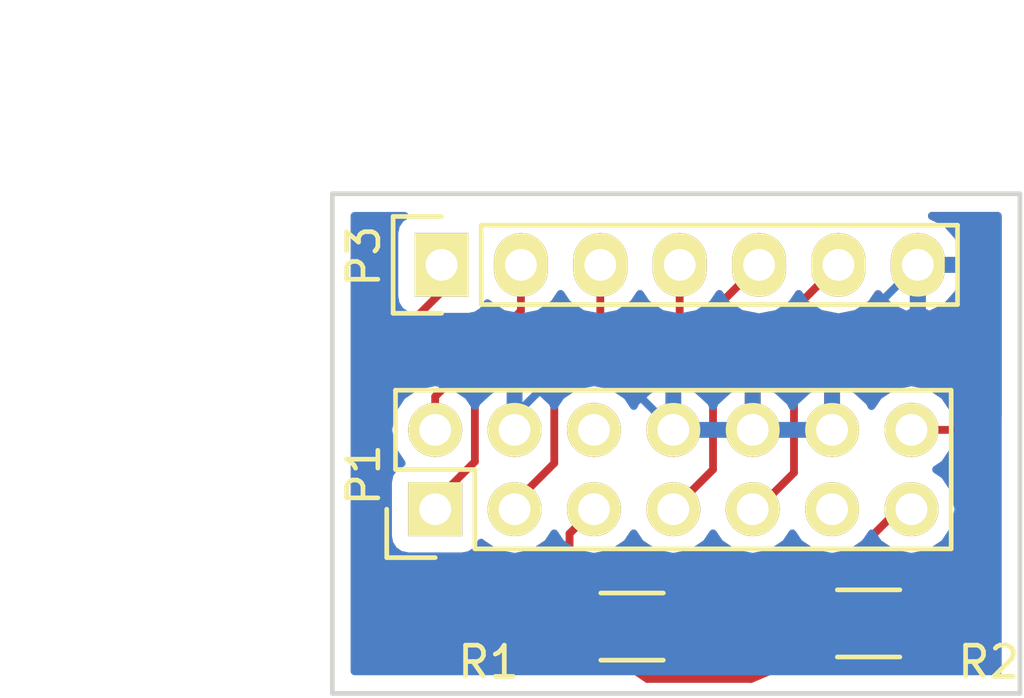
<source format=kicad_pcb>
(kicad_pcb (version 4) (host pcbnew 4.0.6)

  (general
    (links 14)
    (no_connects 0)
    (area 93.150001 57.3 126.176191 79.075001)
    (thickness 1.6)
    (drawings 6)
    (tracks 51)
    (zones 0)
    (modules 4)
    (nets 10)
  )

  (page A4)
  (layers
    (0 F.Cu signal)
    (31 B.Cu signal)
    (32 B.Adhes user)
    (33 F.Adhes user)
    (34 B.Paste user)
    (35 F.Paste user)
    (36 B.SilkS user)
    (37 F.SilkS user)
    (38 B.Mask user)
    (39 F.Mask user)
    (40 Dwgs.User user)
    (41 Cmts.User user)
    (42 Eco1.User user)
    (43 Eco2.User user)
    (44 Edge.Cuts user)
    (45 Margin user)
    (46 B.CrtYd user)
    (47 F.CrtYd user)
    (48 B.Fab user)
    (49 F.Fab user)
  )

  (setup
    (last_trace_width 0.25)
    (trace_clearance 0.2)
    (zone_clearance 0.508)
    (zone_45_only no)
    (trace_min 0.1524)
    (segment_width 0.2)
    (edge_width 0.15)
    (via_size 0.6)
    (via_drill 0.4)
    (via_min_size 0.1524)
    (via_min_drill 0.3)
    (uvia_size 0.3)
    (uvia_drill 0.1)
    (uvias_allowed no)
    (uvia_min_size 0.1524)
    (uvia_min_drill 0.1)
    (pcb_text_width 0.3)
    (pcb_text_size 1.5 1.5)
    (mod_edge_width 0.15)
    (mod_text_size 1 1)
    (mod_text_width 0.15)
    (pad_size 1.524 1.524)
    (pad_drill 0.762)
    (pad_to_mask_clearance 0.2)
    (aux_axis_origin 0 0)
    (visible_elements 7FFFFFFF)
    (pcbplotparams
      (layerselection 0x010f0_80000001)
      (usegerberextensions false)
      (excludeedgelayer true)
      (linewidth 0.100000)
      (plotframeref false)
      (viasonmask false)
      (mode 1)
      (useauxorigin false)
      (hpglpennumber 1)
      (hpglpenspeed 20)
      (hpglpendiameter 15)
      (hpglpenoverlay 2)
      (psnegative false)
      (psa4output false)
      (plotreference true)
      (plotvalue true)
      (plotinvisibletext false)
      (padsonsilk false)
      (subtractmaskfromsilk false)
      (outputformat 1)
      (mirror false)
      (drillshape 0)
      (scaleselection 1)
      (outputdirectory ""))
  )

  (net 0 "")
  (net 1 /TMS)
  (net 2 /Trst)
  (net 3 /TDI)
  (net 4 /TI_GND)
  (net 5 /3v3)
  (net 6 /TDO)
  (net 7 /TCK)
  (net 8 "Net-(P1-Pad13)")
  (net 9 "Net-(P1-Pad14)")

  (net_class Default "This is the default net class."
    (clearance 0.2)
    (trace_width 0.25)
    (via_dia 0.6)
    (via_drill 0.4)
    (uvia_dia 0.3)
    (uvia_drill 0.1)
    (add_net /3v3)
    (add_net /TCK)
    (add_net /TDI)
    (add_net /TDO)
    (add_net /TI_GND)
    (add_net /TMS)
    (add_net /Trst)
    (add_net "Net-(P1-Pad13)")
    (add_net "Net-(P1-Pad14)")
  )

  (module Pin_Headers:Pin_Header_Straight_2x07 (layer F.Cu) (tedit 5AAC30AD) (tstamp 5A8BA1D3)
    (at 107.2896 73.1012 90)
    (descr "Through hole pin header")
    (tags "pin header")
    (path /5A8B99F1)
    (fp_text reference P1 (at 1.1012 -2.2896 90) (layer F.SilkS)
      (effects (font (size 1 1) (thickness 0.15)))
    )
    (fp_text value TI_JTAG (at -3.556 0.1016 180) (layer F.Fab)
      (effects (font (size 1 1) (thickness 0.15)))
    )
    (fp_line (start -1.75 -1.75) (end -1.75 17) (layer F.CrtYd) (width 0.05))
    (fp_line (start 4.3 -1.75) (end 4.3 17) (layer F.CrtYd) (width 0.05))
    (fp_line (start -1.75 -1.75) (end 4.3 -1.75) (layer F.CrtYd) (width 0.05))
    (fp_line (start -1.75 17) (end 4.3 17) (layer F.CrtYd) (width 0.05))
    (fp_line (start 3.81 16.51) (end 3.81 -1.27) (layer F.SilkS) (width 0.15))
    (fp_line (start -1.27 1.27) (end -1.27 16.51) (layer F.SilkS) (width 0.15))
    (fp_line (start 3.81 16.51) (end -1.27 16.51) (layer F.SilkS) (width 0.15))
    (fp_line (start 3.81 -1.27) (end 1.27 -1.27) (layer F.SilkS) (width 0.15))
    (fp_line (start 0 -1.55) (end -1.55 -1.55) (layer F.SilkS) (width 0.15))
    (fp_line (start 1.27 -1.27) (end 1.27 1.27) (layer F.SilkS) (width 0.15))
    (fp_line (start 1.27 1.27) (end -1.27 1.27) (layer F.SilkS) (width 0.15))
    (fp_line (start -1.55 -1.55) (end -1.55 0) (layer F.SilkS) (width 0.15))
    (pad 1 thru_hole rect (at 0 0 90) (size 1.7272 1.7272) (drill 1.016) (layers *.Cu *.Mask F.SilkS)
      (net 1 /TMS))
    (pad 2 thru_hole oval (at 2.54 0 90) (size 1.7272 1.7272) (drill 1.016) (layers *.Cu *.Mask F.SilkS)
      (net 2 /Trst))
    (pad 3 thru_hole oval (at 0 2.54 90) (size 1.7272 1.7272) (drill 1.016) (layers *.Cu *.Mask F.SilkS)
      (net 3 /TDI))
    (pad 4 thru_hole oval (at 2.54 2.54 90) (size 1.7272 1.7272) (drill 1.016) (layers *.Cu *.Mask F.SilkS)
      (net 4 /TI_GND))
    (pad 5 thru_hole oval (at 0 5.08 90) (size 1.7272 1.7272) (drill 1.016) (layers *.Cu *.Mask F.SilkS)
      (net 5 /3v3))
    (pad 6 thru_hole oval (at 2.54 5.08 90) (size 1.7272 1.7272) (drill 1.016) (layers *.Cu *.Mask F.SilkS))
    (pad 7 thru_hole oval (at 0 7.62 90) (size 1.7272 1.7272) (drill 1.016) (layers *.Cu *.Mask F.SilkS)
      (net 6 /TDO))
    (pad 8 thru_hole oval (at 2.54 7.62 90) (size 1.7272 1.7272) (drill 1.016) (layers *.Cu *.Mask F.SilkS)
      (net 4 /TI_GND))
    (pad 9 thru_hole oval (at 0 10.16 90) (size 1.7272 1.7272) (drill 1.016) (layers *.Cu *.Mask F.SilkS)
      (net 7 /TCK))
    (pad 10 thru_hole oval (at 2.54 10.16 90) (size 1.7272 1.7272) (drill 1.016) (layers *.Cu *.Mask F.SilkS)
      (net 4 /TI_GND))
    (pad 11 thru_hole oval (at 0 12.7 90) (size 1.7272 1.7272) (drill 1.016) (layers *.Cu *.Mask F.SilkS))
    (pad 12 thru_hole oval (at 2.54 12.7 90) (size 1.7272 1.7272) (drill 1.016) (layers *.Cu *.Mask F.SilkS)
      (net 4 /TI_GND))
    (pad 13 thru_hole oval (at 0 15.24 90) (size 1.7272 1.7272) (drill 1.016) (layers *.Cu *.Mask F.SilkS)
      (net 8 "Net-(P1-Pad13)"))
    (pad 14 thru_hole oval (at 2.54 15.24 90) (size 1.7272 1.7272) (drill 1.016) (layers *.Cu *.Mask F.SilkS)
      (net 9 "Net-(P1-Pad14)"))
    (model Pin_Headers.3dshapes/Pin_Header_Straight_2x07.wrl
      (at (xyz 0.05 -0.3 0))
      (scale (xyz 1 1 1))
      (rotate (xyz 0 0 90))
    )
  )

  (module Pin_Headers:Pin_Header_Straight_1x07 (layer F.Cu) (tedit 5AAC30AA) (tstamp 5A8BA1F6)
    (at 107.4928 65.278 90)
    (descr "Through hole pin header")
    (tags "pin header")
    (path /5A8B9A62)
    (fp_text reference P3 (at 0.278 -2.4928 90) (layer F.SilkS)
      (effects (font (size 1 1) (thickness 0.15)))
    )
    (fp_text value TI_jtag (at -2.4892 7.2644 180) (layer F.Fab)
      (effects (font (size 1 1) (thickness 0.15)))
    )
    (fp_line (start -1.75 -1.75) (end -1.75 17) (layer F.CrtYd) (width 0.05))
    (fp_line (start 1.75 -1.75) (end 1.75 17) (layer F.CrtYd) (width 0.05))
    (fp_line (start -1.75 -1.75) (end 1.75 -1.75) (layer F.CrtYd) (width 0.05))
    (fp_line (start -1.75 17) (end 1.75 17) (layer F.CrtYd) (width 0.05))
    (fp_line (start 1.27 1.27) (end 1.27 16.51) (layer F.SilkS) (width 0.15))
    (fp_line (start 1.27 16.51) (end -1.27 16.51) (layer F.SilkS) (width 0.15))
    (fp_line (start -1.27 16.51) (end -1.27 1.27) (layer F.SilkS) (width 0.15))
    (fp_line (start 1.55 -1.55) (end 1.55 0) (layer F.SilkS) (width 0.15))
    (fp_line (start 1.27 1.27) (end -1.27 1.27) (layer F.SilkS) (width 0.15))
    (fp_line (start -1.55 0) (end -1.55 -1.55) (layer F.SilkS) (width 0.15))
    (fp_line (start -1.55 -1.55) (end 1.55 -1.55) (layer F.SilkS) (width 0.15))
    (pad 1 thru_hole rect (at 0 0 90) (size 2.032 1.7272) (drill 1.016) (layers *.Cu *.Mask F.SilkS)
      (net 5 /3v3))
    (pad 2 thru_hole oval (at 0 2.54 90) (size 2.032 1.7272) (drill 1.016) (layers *.Cu *.Mask F.SilkS)
      (net 2 /Trst))
    (pad 3 thru_hole oval (at 0 5.08 90) (size 2.032 1.7272) (drill 1.016) (layers *.Cu *.Mask F.SilkS)
      (net 1 /TMS))
    (pad 4 thru_hole oval (at 0 7.62 90) (size 2.032 1.7272) (drill 1.016) (layers *.Cu *.Mask F.SilkS)
      (net 3 /TDI))
    (pad 5 thru_hole oval (at 0 10.16 90) (size 2.032 1.7272) (drill 1.016) (layers *.Cu *.Mask F.SilkS)
      (net 6 /TDO))
    (pad 6 thru_hole oval (at 0 12.7 90) (size 2.032 1.7272) (drill 1.016) (layers *.Cu *.Mask F.SilkS)
      (net 7 /TCK))
    (pad 7 thru_hole oval (at 0 15.24 90) (size 2.032 1.7272) (drill 1.016) (layers *.Cu *.Mask F.SilkS)
      (net 4 /TI_GND))
    (model Pin_Headers.3dshapes/Pin_Header_Straight_1x07.wrl
      (at (xyz 0 -0.3 0))
      (scale (xyz 1 1 1))
      (rotate (xyz 0 0 90))
    )
  )

  (module Resistors_SMD:R_1206_HandSoldering (layer F.Cu) (tedit 5AAC30BA) (tstamp 5A8BA208)
    (at 113.5888 76.8604 180)
    (descr "Resistor SMD 1206, hand soldering")
    (tags "resistor 1206")
    (path /5A8BA244)
    (attr smd)
    (fp_text reference R1 (at 4.5888 -1.1396 180) (layer F.SilkS)
      (effects (font (size 1 1) (thickness 0.15)))
    )
    (fp_text value 4k7 (at -0.4112 1.8604 180) (layer F.Fab)
      (effects (font (size 1 1) (thickness 0.15)))
    )
    (fp_line (start -3.3 -1.2) (end 3.3 -1.2) (layer F.CrtYd) (width 0.05))
    (fp_line (start -3.3 1.2) (end 3.3 1.2) (layer F.CrtYd) (width 0.05))
    (fp_line (start -3.3 -1.2) (end -3.3 1.2) (layer F.CrtYd) (width 0.05))
    (fp_line (start 3.3 -1.2) (end 3.3 1.2) (layer F.CrtYd) (width 0.05))
    (fp_line (start 1 1.075) (end -1 1.075) (layer F.SilkS) (width 0.15))
    (fp_line (start -1 -1.075) (end 1 -1.075) (layer F.SilkS) (width 0.15))
    (pad 1 smd rect (at -2 0 180) (size 2 1.7) (layers F.Cu F.Paste F.Mask)
      (net 8 "Net-(P1-Pad13)"))
    (pad 2 smd rect (at 2 0 180) (size 2 1.7) (layers F.Cu F.Paste F.Mask)
      (net 5 /3v3))
    (model Resistors_SMD.3dshapes/R_1206_HandSoldering.wrl
      (at (xyz 0 0 0))
      (scale (xyz 1 1 1))
      (rotate (xyz 0 0 0))
    )
  )

  (module Resistors_SMD:R_1206_HandSoldering (layer F.Cu) (tedit 5AAC30C0) (tstamp 5A8BA20E)
    (at 121.158 76.7588 180)
    (descr "Resistor SMD 1206, hand soldering")
    (tags "resistor 1206")
    (path /5A8BA271)
    (attr smd)
    (fp_text reference R2 (at -3.842 -1.2412 180) (layer F.SilkS)
      (effects (font (size 1 1) (thickness 0.15)))
    )
    (fp_text value 4k7 (at 0.158 1.7588 180) (layer F.Fab)
      (effects (font (size 1 1) (thickness 0.15)))
    )
    (fp_line (start -3.3 -1.2) (end 3.3 -1.2) (layer F.CrtYd) (width 0.05))
    (fp_line (start -3.3 1.2) (end 3.3 1.2) (layer F.CrtYd) (width 0.05))
    (fp_line (start -3.3 -1.2) (end -3.3 1.2) (layer F.CrtYd) (width 0.05))
    (fp_line (start 3.3 -1.2) (end 3.3 1.2) (layer F.CrtYd) (width 0.05))
    (fp_line (start 1 1.075) (end -1 1.075) (layer F.SilkS) (width 0.15))
    (fp_line (start -1 -1.075) (end 1 -1.075) (layer F.SilkS) (width 0.15))
    (pad 1 smd rect (at -2 0 180) (size 2 1.7) (layers F.Cu F.Paste F.Mask)
      (net 9 "Net-(P1-Pad14)"))
    (pad 2 smd rect (at 2 0 180) (size 2 1.7) (layers F.Cu F.Paste F.Mask)
      (net 5 /3v3))
    (model Resistors_SMD.3dshapes/R_1206_HandSoldering.wrl
      (at (xyz 0 0 0))
      (scale (xyz 1 1 1))
      (rotate (xyz 0 0 0))
    )
  )

  (dimension 16 (width 0.3) (layer Dwgs.User)
    (gr_text "16.000 mm" (at 99.65 71 270) (layer Dwgs.User)
      (effects (font (size 1.5 1.5) (thickness 0.3)))
    )
    (feature1 (pts (xy 104 79) (xy 98.3 79)))
    (feature2 (pts (xy 104 63) (xy 98.3 63)))
    (crossbar (pts (xy 101 63) (xy 101 79)))
    (arrow1a (pts (xy 101 79) (xy 100.413579 77.873496)))
    (arrow1b (pts (xy 101 79) (xy 101.586421 77.873496)))
    (arrow2a (pts (xy 101 63) (xy 100.413579 64.126504)))
    (arrow2b (pts (xy 101 63) (xy 101.586421 64.126504)))
  )
  (dimension 22 (width 0.3) (layer Dwgs.User)
    (gr_text "22.000 mm" (at 115 58.65) (layer Dwgs.User)
      (effects (font (size 1.5 1.5) (thickness 0.3)))
    )
    (feature1 (pts (xy 126 63) (xy 126 57.3)))
    (feature2 (pts (xy 104 63) (xy 104 57.3)))
    (crossbar (pts (xy 104 60) (xy 126 60)))
    (arrow1a (pts (xy 126 60) (xy 124.873496 60.586421)))
    (arrow1b (pts (xy 126 60) (xy 124.873496 59.413579)))
    (arrow2a (pts (xy 104 60) (xy 105.126504 60.586421)))
    (arrow2b (pts (xy 104 60) (xy 105.126504 59.413579)))
  )
  (gr_line (start 126 79) (end 126 63) (angle 90) (layer Edge.Cuts) (width 0.15))
  (gr_line (start 104 79) (end 126 79) (angle 90) (layer Edge.Cuts) (width 0.15))
  (gr_line (start 104 63) (end 104 79) (angle 90) (layer Edge.Cuts) (width 0.15))
  (gr_line (start 126 63) (end 104 63) (angle 90) (layer Edge.Cuts) (width 0.15))

  (segment (start 107.2896 73.1012) (end 107.2896 72.8472) (width 0.25) (layer F.Cu) (net 1))
  (segment (start 107.2896 72.8472) (end 108.5596 71.5772) (width 0.25) (layer F.Cu) (net 1) (tstamp 5AAC30AB))
  (segment (start 108.5596 71.5772) (end 108.5596 69.342) (width 0.25) (layer F.Cu) (net 1) (tstamp 5AAC30AC))
  (segment (start 108.5596 69.342) (end 110.1852 67.7164) (width 0.25) (layer F.Cu) (net 1) (tstamp 5AAC30AE))
  (segment (start 110.1852 67.7164) (end 112.014 67.7164) (width 0.25) (layer F.Cu) (net 1) (tstamp 5AAC30AF))
  (segment (start 112.014 67.7164) (end 112.5728 67.1576) (width 0.25) (layer F.Cu) (net 1) (tstamp 5AAC30B1))
  (segment (start 112.5728 67.1576) (end 112.5728 65.278) (width 0.25) (layer F.Cu) (net 1) (tstamp 5AAC30B2))
  (segment (start 107.2896 70.5612) (end 107.2896 69.4944) (width 0.25) (layer F.Cu) (net 2))
  (segment (start 110.0328 66.7512) (end 110.0328 65.278) (width 0.25) (layer F.Cu) (net 2) (tstamp 5AAC30B7))
  (segment (start 107.2896 69.4944) (end 110.0328 66.7512) (width 0.25) (layer F.Cu) (net 2) (tstamp 5AAC30B5))
  (segment (start 109.8296 73.1012) (end 109.8296 72.898) (width 0.25) (layer F.Cu) (net 3))
  (segment (start 109.8296 72.898) (end 111.0996 71.628) (width 0.25) (layer F.Cu) (net 3) (tstamp 5AAC30A1))
  (segment (start 111.0996 71.628) (end 111.0996 69.596) (width 0.25) (layer F.Cu) (net 3) (tstamp 5AAC30A2))
  (segment (start 111.0996 69.596) (end 112.0648 68.6308) (width 0.25) (layer F.Cu) (net 3) (tstamp 5AAC30A4))
  (segment (start 112.0648 68.6308) (end 114.5032 68.6308) (width 0.25) (layer F.Cu) (net 3) (tstamp 5AAC30A6))
  (segment (start 114.5032 68.6308) (end 115.1128 68.0212) (width 0.25) (layer F.Cu) (net 3) (tstamp 5AAC30A7))
  (segment (start 115.1128 68.0212) (end 115.1128 65.278) (width 0.25) (layer F.Cu) (net 3) (tstamp 5AAC30A8))
  (segment (start 119.9896 70.5612) (end 119.9896 68.0212) (width 0.25) (layer B.Cu) (net 4))
  (segment (start 119.9896 68.0212) (end 122.7328 65.278) (width 0.25) (layer B.Cu) (net 4) (tstamp 5AAC30CE))
  (segment (start 117.4496 70.5612) (end 119.9896 70.5612) (width 0.25) (layer B.Cu) (net 4))
  (segment (start 114.9096 70.5612) (end 117.4496 70.5612) (width 0.25) (layer B.Cu) (net 4))
  (segment (start 109.8296 70.5612) (end 109.8296 70.104) (width 0.25) (layer B.Cu) (net 4))
  (segment (start 109.8296 70.104) (end 111.1504 68.7832) (width 0.25) (layer B.Cu) (net 4) (tstamp 5AAC30C3))
  (segment (start 111.1504 68.7832) (end 113.1316 68.7832) (width 0.25) (layer B.Cu) (net 4) (tstamp 5AAC30C4))
  (segment (start 113.1316 68.7832) (end 114.9096 70.5612) (width 0.25) (layer B.Cu) (net 4) (tstamp 5AAC30C6))
  (segment (start 107.4928 65.278) (end 107.4928 66.1416) (width 0.25) (layer F.Cu) (net 5))
  (segment (start 107.4928 66.1416) (end 105.3592 68.2752) (width 0.25) (layer F.Cu) (net 5) (tstamp 5AAC30BB))
  (segment (start 105.3592 68.2752) (end 105.3592 74.1172) (width 0.25) (layer F.Cu) (net 5) (tstamp 5AAC30BC))
  (segment (start 105.3592 74.1172) (end 108.1024 76.8604) (width 0.25) (layer F.Cu) (net 5) (tstamp 5AAC30BE))
  (segment (start 108.1024 76.8604) (end 111.5888 76.8604) (width 0.25) (layer F.Cu) (net 5) (tstamp 5AAC30BF))
  (segment (start 111.5888 76.8604) (end 111.5888 73.882) (width 0.25) (layer F.Cu) (net 5))
  (segment (start 111.5888 73.882) (end 112.3696 73.1012) (width 0.25) (layer F.Cu) (net 5) (tstamp 5AAC3089))
  (segment (start 119.158 76.7588) (end 119.158 77.7936) (width 0.25) (layer F.Cu) (net 5))
  (segment (start 114.078 78.5368) (end 111.5888 76.8604) (width 0.25) (layer F.Cu) (net 5) (tstamp 5AAC3085))
  (segment (start 117.3988 78.5368) (end 114.078 78.5368) (width 0.25) (layer F.Cu) (net 5) (tstamp 5AAC3083))
  (segment (start 119.158 77.7936) (end 117.3988 78.5368) (width 0.25) (layer F.Cu) (net 5) (tstamp 5AAC3081))
  (segment (start 114.9096 73.1012) (end 116.1796 71.8312) (width 0.25) (layer F.Cu) (net 6))
  (segment (start 116.1796 66.7512) (end 117.6528 65.278) (width 0.25) (layer F.Cu) (net 6) (tstamp 5AAC309D))
  (segment (start 116.1796 71.8312) (end 116.1796 66.7512) (width 0.25) (layer F.Cu) (net 6) (tstamp 5AAC309C))
  (segment (start 117.4496 73.1012) (end 117.602 73.1012) (width 0.25) (layer F.Cu) (net 7))
  (segment (start 117.602 73.1012) (end 118.7704 71.9328) (width 0.25) (layer F.Cu) (net 7) (tstamp 5AAC3095))
  (segment (start 118.7704 71.9328) (end 118.7704 66.7004) (width 0.25) (layer F.Cu) (net 7) (tstamp 5AAC3096))
  (segment (start 118.7704 66.7004) (end 120.1928 65.278) (width 0.25) (layer F.Cu) (net 7) (tstamp 5AAC3098))
  (segment (start 122.5296 73.1012) (end 122.1232 73.1012) (width 0.25) (layer F.Cu) (net 8))
  (segment (start 122.1232 73.1012) (end 120.142 75.0824) (width 0.25) (layer F.Cu) (net 8) (tstamp 5AAC307A))
  (segment (start 120.142 75.0824) (end 117.3668 75.0824) (width 0.25) (layer F.Cu) (net 8) (tstamp 5AAC307B))
  (segment (start 117.3668 75.0824) (end 115.5888 76.8604) (width 0.25) (layer F.Cu) (net 8) (tstamp 5AAC307D))
  (segment (start 122.5296 70.5612) (end 124.6632 70.5612) (width 0.25) (layer F.Cu) (net 9))
  (segment (start 124.9172 74.9996) (end 123.158 76.7588) (width 0.25) (layer F.Cu) (net 9) (tstamp 5AAC3076))
  (segment (start 124.9172 70.8152) (end 124.9172 74.9996) (width 0.25) (layer F.Cu) (net 9) (tstamp 5AAC3075))
  (segment (start 124.6632 70.5612) (end 124.9172 70.8152) (width 0.25) (layer F.Cu) (net 9) (tstamp 5AAC3074))

  (zone (net 4) (net_name /TI_GND) (layer F.Cu) (tstamp 5AAFEC89) (hatch edge 0.508)
    (connect_pads (clearance 0.508))
    (min_thickness 0.254)
    (fill yes (arc_segments 16) (thermal_gap 0.508) (thermal_bridge_width 0.508))
    (polygon
      (pts
        (xy 126 79) (xy 104 79) (xy 104 63) (xy 126 63)
      )
    )
    (filled_polygon
      (pts
        (xy 109.9566 70.4342) (xy 109.9766 70.4342) (xy 109.9766 70.6882) (xy 109.9566 70.6882) (xy 109.9566 70.7082)
        (xy 109.7026 70.7082) (xy 109.7026 70.6882) (xy 109.6826 70.6882) (xy 109.6826 70.4342) (xy 109.7026 70.4342)
        (xy 109.7026 70.4142) (xy 109.9566 70.4142)
      )
    )
    (filled_polygon
      (pts
        (xy 115.0366 70.4342) (xy 115.0566 70.4342) (xy 115.0566 70.6882) (xy 115.0366 70.6882) (xy 115.0366 70.7082)
        (xy 114.7826 70.7082) (xy 114.7826 70.6882) (xy 114.7626 70.6882) (xy 114.7626 70.4342) (xy 114.7826 70.4342)
        (xy 114.7826 70.4142) (xy 115.0366 70.4142)
      )
    )
    (filled_polygon
      (pts
        (xy 117.6528 66.961345) (xy 118.0104 66.890214) (xy 118.0104 69.189815) (xy 117.808626 69.106242) (xy 117.5766 69.227383)
        (xy 117.5766 70.4342) (xy 117.5966 70.4342) (xy 117.5966 70.6882) (xy 117.5766 70.6882) (xy 117.5766 70.7082)
        (xy 117.3226 70.7082) (xy 117.3226 70.6882) (xy 117.3026 70.6882) (xy 117.3026 70.4342) (xy 117.3226 70.4342)
        (xy 117.3226 69.227383) (xy 117.090574 69.106242) (xy 116.9396 69.168774) (xy 116.9396 67.066002) (xy 117.145221 66.860381)
      )
    )
    (filled_polygon
      (pts
        (xy 125.29 70.113198) (xy 125.200601 70.023799) (xy 124.954039 69.859052) (xy 124.6632 69.8012) (xy 123.80912 69.8012)
        (xy 123.58927 69.472171) (xy 123.103089 69.147315) (xy 122.5296 69.033241) (xy 121.956111 69.147315) (xy 121.46993 69.472171)
        (xy 121.253936 69.795428) (xy 121.196421 69.67271) (xy 120.764547 69.278512) (xy 120.348626 69.106242) (xy 120.1166 69.227383)
        (xy 120.1166 70.4342) (xy 120.1366 70.4342) (xy 120.1366 70.6882) (xy 120.1166 70.6882) (xy 120.1166 70.7082)
        (xy 119.8626 70.7082) (xy 119.8626 70.6882) (xy 119.8426 70.6882) (xy 119.8426 70.4342) (xy 119.8626 70.4342)
        (xy 119.8626 69.227383) (xy 119.630574 69.106242) (xy 119.5304 69.147733) (xy 119.5304 67.015202) (xy 119.685221 66.860381)
        (xy 120.1928 66.961345) (xy 120.766289 66.847271) (xy 121.25247 66.522415) (xy 121.459261 66.212931) (xy 121.830764 66.628732)
        (xy 122.358009 66.882709) (xy 122.373774 66.885358) (xy 122.6058 66.764217) (xy 122.6058 65.405) (xy 122.8598 65.405)
        (xy 122.8598 66.764217) (xy 123.091826 66.885358) (xy 123.107591 66.882709) (xy 123.634836 66.628732) (xy 124.024754 66.19232)
        (xy 124.217984 65.639913) (xy 124.073724 65.405) (xy 122.8598 65.405) (xy 122.6058 65.405) (xy 122.5858 65.405)
        (xy 122.5858 65.151) (xy 122.6058 65.151) (xy 122.6058 65.131) (xy 122.8598 65.131) (xy 122.8598 65.151)
        (xy 124.073724 65.151) (xy 124.217984 64.916087) (xy 124.024754 64.36368) (xy 123.634836 63.927268) (xy 123.183797 63.71)
        (xy 125.29 63.71)
      )
    )
  )
  (zone (net 4) (net_name /TI_GND) (layer B.Cu) (tstamp 5AAFEC96) (hatch edge 0.508)
    (connect_pads (clearance 0.508))
    (min_thickness 0.254)
    (fill yes (arc_segments 16) (thermal_gap 0.508) (thermal_bridge_width 0.508))
    (polygon
      (pts
        (xy 126 79) (xy 104 79) (xy 104 63) (xy 126 63)
      )
    )
    (filled_polygon
      (pts
        (xy 106.177759 63.79791) (xy 106.032769 64.01011) (xy 105.98176 64.262) (xy 105.98176 66.294) (xy 106.026038 66.529317)
        (xy 106.16511 66.745441) (xy 106.37731 66.890431) (xy 106.6292 66.94144) (xy 108.3564 66.94144) (xy 108.591717 66.897162)
        (xy 108.807841 66.75809) (xy 108.952831 66.54589) (xy 108.9612 66.504561) (xy 108.97313 66.522415) (xy 109.459311 66.847271)
        (xy 110.0328 66.961345) (xy 110.606289 66.847271) (xy 111.09247 66.522415) (xy 111.3028 66.207634) (xy 111.51313 66.522415)
        (xy 111.999311 66.847271) (xy 112.5728 66.961345) (xy 113.146289 66.847271) (xy 113.63247 66.522415) (xy 113.8428 66.207634)
        (xy 114.05313 66.522415) (xy 114.539311 66.847271) (xy 115.1128 66.961345) (xy 115.686289 66.847271) (xy 116.17247 66.522415)
        (xy 116.3828 66.207634) (xy 116.59313 66.522415) (xy 117.079311 66.847271) (xy 117.6528 66.961345) (xy 118.226289 66.847271)
        (xy 118.71247 66.522415) (xy 118.9228 66.207634) (xy 119.13313 66.522415) (xy 119.619311 66.847271) (xy 120.1928 66.961345)
        (xy 120.766289 66.847271) (xy 121.25247 66.522415) (xy 121.459261 66.212931) (xy 121.830764 66.628732) (xy 122.358009 66.882709)
        (xy 122.373774 66.885358) (xy 122.6058 66.764217) (xy 122.6058 65.405) (xy 122.8598 65.405) (xy 122.8598 66.764217)
        (xy 123.091826 66.885358) (xy 123.107591 66.882709) (xy 123.634836 66.628732) (xy 124.024754 66.19232) (xy 124.217984 65.639913)
        (xy 124.073724 65.405) (xy 122.8598 65.405) (xy 122.6058 65.405) (xy 122.5858 65.405) (xy 122.5858 65.151)
        (xy 122.6058 65.151) (xy 122.6058 65.131) (xy 122.8598 65.131) (xy 122.8598 65.151) (xy 124.073724 65.151)
        (xy 124.217984 64.916087) (xy 124.024754 64.36368) (xy 123.634836 63.927268) (xy 123.183797 63.71) (xy 125.29 63.71)
        (xy 125.29 78.29) (xy 104.71 78.29) (xy 104.71 72.2376) (xy 105.77856 72.2376) (xy 105.77856 73.9648)
        (xy 105.822838 74.200117) (xy 105.96191 74.416241) (xy 106.17411 74.561231) (xy 106.426 74.61224) (xy 108.1532 74.61224)
        (xy 108.388517 74.567962) (xy 108.604641 74.42889) (xy 108.749631 74.21669) (xy 108.758464 74.173069) (xy 108.76993 74.190229)
        (xy 109.256111 74.515085) (xy 109.8296 74.629159) (xy 110.403089 74.515085) (xy 110.88927 74.190229) (xy 111.0996 73.875448)
        (xy 111.30993 74.190229) (xy 111.796111 74.515085) (xy 112.3696 74.629159) (xy 112.943089 74.515085) (xy 113.42927 74.190229)
        (xy 113.6396 73.875448) (xy 113.84993 74.190229) (xy 114.336111 74.515085) (xy 114.9096 74.629159) (xy 115.483089 74.515085)
        (xy 115.96927 74.190229) (xy 116.1796 73.875448) (xy 116.38993 74.190229) (xy 116.876111 74.515085) (xy 117.4496 74.629159)
        (xy 118.023089 74.515085) (xy 118.50927 74.190229) (xy 118.7196 73.875448) (xy 118.92993 74.190229) (xy 119.416111 74.515085)
        (xy 119.9896 74.629159) (xy 120.563089 74.515085) (xy 121.04927 74.190229) (xy 121.2596 73.875448) (xy 121.46993 74.190229)
        (xy 121.956111 74.515085) (xy 122.5296 74.629159) (xy 123.103089 74.515085) (xy 123.58927 74.190229) (xy 123.914126 73.704048)
        (xy 124.0282 73.130559) (xy 124.0282 73.071841) (xy 123.914126 72.498352) (xy 123.58927 72.012171) (xy 123.318428 71.8312)
        (xy 123.58927 71.650229) (xy 123.914126 71.164048) (xy 124.0282 70.590559) (xy 124.0282 70.531841) (xy 123.914126 69.958352)
        (xy 123.58927 69.472171) (xy 123.103089 69.147315) (xy 122.5296 69.033241) (xy 121.956111 69.147315) (xy 121.46993 69.472171)
        (xy 121.253936 69.795428) (xy 121.196421 69.67271) (xy 120.764547 69.278512) (xy 120.348626 69.106242) (xy 120.1166 69.227383)
        (xy 120.1166 70.4342) (xy 120.1366 70.4342) (xy 120.1366 70.6882) (xy 120.1166 70.6882) (xy 120.1166 70.7082)
        (xy 119.8626 70.7082) (xy 119.8626 70.6882) (xy 117.5766 70.6882) (xy 117.5766 70.7082) (xy 117.3226 70.7082)
        (xy 117.3226 70.6882) (xy 115.0366 70.6882) (xy 115.0366 70.7082) (xy 114.7826 70.7082) (xy 114.7826 70.6882)
        (xy 114.7626 70.6882) (xy 114.7626 70.4342) (xy 114.7826 70.4342) (xy 114.7826 69.227383) (xy 115.0366 69.227383)
        (xy 115.0366 70.4342) (xy 117.3226 70.4342) (xy 117.3226 69.227383) (xy 117.5766 69.227383) (xy 117.5766 70.4342)
        (xy 119.8626 70.4342) (xy 119.8626 69.227383) (xy 119.630574 69.106242) (xy 119.214653 69.278512) (xy 118.782779 69.67271)
        (xy 118.7196 69.807513) (xy 118.656421 69.67271) (xy 118.224547 69.278512) (xy 117.808626 69.106242) (xy 117.5766 69.227383)
        (xy 117.3226 69.227383) (xy 117.090574 69.106242) (xy 116.674653 69.278512) (xy 116.242779 69.67271) (xy 116.1796 69.807513)
        (xy 116.116421 69.67271) (xy 115.684547 69.278512) (xy 115.268626 69.106242) (xy 115.0366 69.227383) (xy 114.7826 69.227383)
        (xy 114.550574 69.106242) (xy 114.134653 69.278512) (xy 113.702779 69.67271) (xy 113.645264 69.795428) (xy 113.42927 69.472171)
        (xy 112.943089 69.147315) (xy 112.3696 69.033241) (xy 111.796111 69.147315) (xy 111.30993 69.472171) (xy 111.093936 69.795428)
        (xy 111.036421 69.67271) (xy 110.604547 69.278512) (xy 110.188626 69.106242) (xy 109.9566 69.227383) (xy 109.9566 70.4342)
        (xy 109.9766 70.4342) (xy 109.9766 70.6882) (xy 109.9566 70.6882) (xy 109.9566 70.7082) (xy 109.7026 70.7082)
        (xy 109.7026 70.6882) (xy 109.6826 70.6882) (xy 109.6826 70.4342) (xy 109.7026 70.4342) (xy 109.7026 69.227383)
        (xy 109.470574 69.106242) (xy 109.054653 69.278512) (xy 108.622779 69.67271) (xy 108.565264 69.795428) (xy 108.34927 69.472171)
        (xy 107.863089 69.147315) (xy 107.2896 69.033241) (xy 106.716111 69.147315) (xy 106.22993 69.472171) (xy 105.905074 69.958352)
        (xy 105.791 70.531841) (xy 105.791 70.590559) (xy 105.905074 71.164048) (xy 106.216174 71.629642) (xy 106.190683 71.634438)
        (xy 105.974559 71.77351) (xy 105.829569 71.98571) (xy 105.77856 72.2376) (xy 104.71 72.2376) (xy 104.71 63.71)
        (xy 106.314375 63.71)
      )
    )
  )
)

</source>
